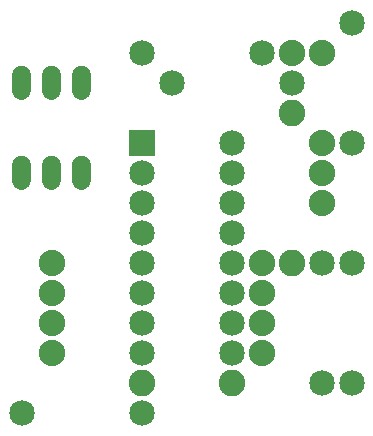
<source format=gts>
G04 MADE WITH FRITZING*
G04 WWW.FRITZING.ORG*
G04 DOUBLE SIDED*
G04 HOLES PLATED*
G04 CONTOUR ON CENTER OF CONTOUR VECTOR*
%ASAXBY*%
%FSLAX23Y23*%
%MOIN*%
%OFA0B0*%
%SFA1.0B1.0*%
%ADD10C,0.085000*%
%ADD11C,0.088000*%
%ADD12C,0.062000*%
%ADD13C,0.088740*%
%ADD14R,0.085000X0.085000*%
%ADD15R,0.001000X0.001000*%
%LNMASK1*%
G90*
G70*
G54D10*
X1034Y1191D03*
X1034Y691D03*
X534Y291D03*
X834Y291D03*
G54D11*
X1134Y891D03*
X1134Y991D03*
X1134Y1091D03*
X934Y391D03*
X934Y491D03*
X934Y591D03*
X934Y691D03*
X234Y391D03*
X234Y491D03*
X234Y591D03*
X234Y691D03*
G54D10*
X1234Y1091D03*
X1234Y1491D03*
X1234Y691D03*
X1234Y291D03*
X1134Y691D03*
X1134Y291D03*
G54D12*
X134Y991D03*
X234Y991D03*
X234Y1291D03*
X134Y1291D03*
X134Y991D03*
X234Y991D03*
X234Y1291D03*
X134Y1291D03*
X234Y991D03*
X334Y991D03*
X334Y1291D03*
X234Y1291D03*
X234Y991D03*
X334Y991D03*
X334Y1291D03*
X234Y1291D03*
G54D10*
X534Y1391D03*
X934Y1391D03*
X634Y1291D03*
X1034Y1291D03*
X134Y191D03*
X534Y191D03*
G54D11*
X1034Y1391D03*
X1134Y1391D03*
G54D13*
X834Y291D03*
X534Y291D03*
X1034Y1191D03*
X1034Y691D03*
G54D10*
X534Y1091D03*
X834Y1091D03*
X534Y991D03*
X834Y991D03*
X534Y891D03*
X834Y891D03*
X534Y791D03*
X834Y791D03*
X534Y691D03*
X834Y691D03*
X534Y591D03*
X834Y591D03*
X534Y491D03*
X834Y491D03*
X534Y391D03*
X834Y391D03*
G54D14*
X534Y1091D03*
G54D15*
X129Y1348D02*
X139Y1348D01*
X229Y1348D02*
X239Y1348D01*
X329Y1348D02*
X339Y1348D01*
X125Y1347D02*
X143Y1347D01*
X225Y1347D02*
X243Y1347D01*
X325Y1347D02*
X343Y1347D01*
X122Y1346D02*
X145Y1346D01*
X222Y1346D02*
X245Y1346D01*
X322Y1346D02*
X345Y1346D01*
X120Y1345D02*
X147Y1345D01*
X220Y1345D02*
X247Y1345D01*
X320Y1345D02*
X347Y1345D01*
X118Y1344D02*
X149Y1344D01*
X218Y1344D02*
X249Y1344D01*
X318Y1344D02*
X349Y1344D01*
X117Y1343D02*
X151Y1343D01*
X217Y1343D02*
X251Y1343D01*
X317Y1343D02*
X351Y1343D01*
X115Y1342D02*
X152Y1342D01*
X215Y1342D02*
X252Y1342D01*
X315Y1342D02*
X352Y1342D01*
X114Y1341D02*
X154Y1341D01*
X214Y1341D02*
X254Y1341D01*
X314Y1341D02*
X353Y1341D01*
X113Y1340D02*
X155Y1340D01*
X213Y1340D02*
X255Y1340D01*
X313Y1340D02*
X355Y1340D01*
X112Y1339D02*
X156Y1339D01*
X212Y1339D02*
X256Y1339D01*
X312Y1339D02*
X356Y1339D01*
X111Y1338D02*
X157Y1338D01*
X211Y1338D02*
X257Y1338D01*
X311Y1338D02*
X357Y1338D01*
X110Y1337D02*
X157Y1337D01*
X210Y1337D02*
X257Y1337D01*
X310Y1337D02*
X357Y1337D01*
X109Y1336D02*
X158Y1336D01*
X209Y1336D02*
X258Y1336D01*
X309Y1336D02*
X358Y1336D01*
X109Y1335D02*
X159Y1335D01*
X209Y1335D02*
X259Y1335D01*
X309Y1335D02*
X359Y1335D01*
X108Y1334D02*
X159Y1334D01*
X208Y1334D02*
X259Y1334D01*
X308Y1334D02*
X359Y1334D01*
X108Y1333D02*
X160Y1333D01*
X207Y1333D02*
X260Y1333D01*
X307Y1333D02*
X360Y1333D01*
X107Y1332D02*
X161Y1332D01*
X207Y1332D02*
X261Y1332D01*
X307Y1332D02*
X361Y1332D01*
X106Y1331D02*
X161Y1331D01*
X206Y1331D02*
X261Y1331D01*
X306Y1331D02*
X361Y1331D01*
X106Y1330D02*
X162Y1330D01*
X206Y1330D02*
X262Y1330D01*
X306Y1330D02*
X362Y1330D01*
X106Y1329D02*
X162Y1329D01*
X206Y1329D02*
X262Y1329D01*
X306Y1329D02*
X362Y1329D01*
X105Y1328D02*
X162Y1328D01*
X205Y1328D02*
X262Y1328D01*
X305Y1328D02*
X362Y1328D01*
X105Y1327D02*
X163Y1327D01*
X205Y1327D02*
X263Y1327D01*
X305Y1327D02*
X363Y1327D01*
X105Y1326D02*
X163Y1326D01*
X205Y1326D02*
X263Y1326D01*
X305Y1326D02*
X363Y1326D01*
X104Y1325D02*
X163Y1325D01*
X204Y1325D02*
X263Y1325D01*
X304Y1325D02*
X363Y1325D01*
X104Y1324D02*
X164Y1324D01*
X204Y1324D02*
X264Y1324D01*
X304Y1324D02*
X364Y1324D01*
X104Y1323D02*
X164Y1323D01*
X204Y1323D02*
X264Y1323D01*
X304Y1323D02*
X364Y1323D01*
X104Y1322D02*
X164Y1322D01*
X204Y1322D02*
X264Y1322D01*
X304Y1322D02*
X364Y1322D01*
X104Y1321D02*
X164Y1321D01*
X203Y1321D02*
X264Y1321D01*
X303Y1321D02*
X364Y1321D01*
X103Y1320D02*
X164Y1320D01*
X203Y1320D02*
X264Y1320D01*
X303Y1320D02*
X364Y1320D01*
X103Y1319D02*
X164Y1319D01*
X203Y1319D02*
X264Y1319D01*
X303Y1319D02*
X364Y1319D01*
X103Y1318D02*
X164Y1318D01*
X203Y1318D02*
X264Y1318D01*
X303Y1318D02*
X364Y1318D01*
X103Y1317D02*
X164Y1317D01*
X203Y1317D02*
X264Y1317D01*
X303Y1317D02*
X364Y1317D01*
X103Y1316D02*
X164Y1316D01*
X203Y1316D02*
X264Y1316D01*
X303Y1316D02*
X364Y1316D01*
X103Y1315D02*
X164Y1315D01*
X203Y1315D02*
X264Y1315D01*
X303Y1315D02*
X364Y1315D01*
X103Y1314D02*
X164Y1314D01*
X203Y1314D02*
X264Y1314D01*
X303Y1314D02*
X364Y1314D01*
X103Y1313D02*
X164Y1313D01*
X203Y1313D02*
X264Y1313D01*
X303Y1313D02*
X364Y1313D01*
X103Y1312D02*
X164Y1312D01*
X203Y1312D02*
X264Y1312D01*
X303Y1312D02*
X364Y1312D01*
X103Y1311D02*
X164Y1311D01*
X203Y1311D02*
X264Y1311D01*
X303Y1311D02*
X364Y1311D01*
X103Y1310D02*
X164Y1310D01*
X203Y1310D02*
X264Y1310D01*
X303Y1310D02*
X364Y1310D01*
X103Y1309D02*
X164Y1309D01*
X203Y1309D02*
X264Y1309D01*
X303Y1309D02*
X364Y1309D01*
X103Y1308D02*
X164Y1308D01*
X203Y1308D02*
X264Y1308D01*
X303Y1308D02*
X364Y1308D01*
X103Y1307D02*
X164Y1307D01*
X203Y1307D02*
X264Y1307D01*
X303Y1307D02*
X364Y1307D01*
X103Y1306D02*
X164Y1306D01*
X203Y1306D02*
X264Y1306D01*
X303Y1306D02*
X364Y1306D01*
X103Y1305D02*
X164Y1305D01*
X203Y1305D02*
X264Y1305D01*
X303Y1305D02*
X364Y1305D01*
X103Y1304D02*
X164Y1304D01*
X203Y1304D02*
X264Y1304D01*
X303Y1304D02*
X364Y1304D01*
X103Y1303D02*
X164Y1303D01*
X203Y1303D02*
X264Y1303D01*
X303Y1303D02*
X364Y1303D01*
X103Y1302D02*
X130Y1302D01*
X138Y1302D02*
X164Y1302D01*
X203Y1302D02*
X230Y1302D01*
X238Y1302D02*
X264Y1302D01*
X303Y1302D02*
X330Y1302D01*
X338Y1302D02*
X364Y1302D01*
X103Y1301D02*
X128Y1301D01*
X140Y1301D02*
X164Y1301D01*
X203Y1301D02*
X228Y1301D01*
X240Y1301D02*
X264Y1301D01*
X303Y1301D02*
X328Y1301D01*
X340Y1301D02*
X364Y1301D01*
X103Y1300D02*
X126Y1300D01*
X141Y1300D02*
X164Y1300D01*
X203Y1300D02*
X226Y1300D01*
X241Y1300D02*
X264Y1300D01*
X303Y1300D02*
X326Y1300D01*
X341Y1300D02*
X364Y1300D01*
X103Y1299D02*
X125Y1299D01*
X142Y1299D02*
X164Y1299D01*
X203Y1299D02*
X225Y1299D01*
X242Y1299D02*
X264Y1299D01*
X303Y1299D02*
X325Y1299D01*
X342Y1299D02*
X364Y1299D01*
X103Y1298D02*
X124Y1298D01*
X143Y1298D02*
X164Y1298D01*
X203Y1298D02*
X224Y1298D01*
X243Y1298D02*
X264Y1298D01*
X303Y1298D02*
X324Y1298D01*
X343Y1298D02*
X364Y1298D01*
X103Y1297D02*
X124Y1297D01*
X144Y1297D02*
X164Y1297D01*
X203Y1297D02*
X224Y1297D01*
X244Y1297D02*
X264Y1297D01*
X303Y1297D02*
X324Y1297D01*
X344Y1297D02*
X364Y1297D01*
X103Y1296D02*
X123Y1296D01*
X144Y1296D02*
X164Y1296D01*
X203Y1296D02*
X223Y1296D01*
X244Y1296D02*
X264Y1296D01*
X303Y1296D02*
X323Y1296D01*
X344Y1296D02*
X364Y1296D01*
X103Y1295D02*
X123Y1295D01*
X145Y1295D02*
X164Y1295D01*
X203Y1295D02*
X223Y1295D01*
X245Y1295D02*
X264Y1295D01*
X303Y1295D02*
X323Y1295D01*
X345Y1295D02*
X364Y1295D01*
X103Y1294D02*
X123Y1294D01*
X145Y1294D02*
X164Y1294D01*
X203Y1294D02*
X223Y1294D01*
X245Y1294D02*
X264Y1294D01*
X303Y1294D02*
X322Y1294D01*
X345Y1294D02*
X364Y1294D01*
X103Y1293D02*
X122Y1293D01*
X145Y1293D02*
X164Y1293D01*
X203Y1293D02*
X222Y1293D01*
X245Y1293D02*
X264Y1293D01*
X303Y1293D02*
X322Y1293D01*
X345Y1293D02*
X364Y1293D01*
X103Y1292D02*
X122Y1292D01*
X145Y1292D02*
X164Y1292D01*
X203Y1292D02*
X222Y1292D01*
X245Y1292D02*
X264Y1292D01*
X303Y1292D02*
X322Y1292D01*
X345Y1292D02*
X364Y1292D01*
X103Y1291D02*
X122Y1291D01*
X145Y1291D02*
X164Y1291D01*
X203Y1291D02*
X222Y1291D01*
X245Y1291D02*
X264Y1291D01*
X303Y1291D02*
X322Y1291D01*
X345Y1291D02*
X364Y1291D01*
X103Y1290D02*
X122Y1290D01*
X145Y1290D02*
X164Y1290D01*
X203Y1290D02*
X222Y1290D01*
X245Y1290D02*
X264Y1290D01*
X303Y1290D02*
X322Y1290D01*
X345Y1290D02*
X364Y1290D01*
X103Y1289D02*
X123Y1289D01*
X145Y1289D02*
X164Y1289D01*
X203Y1289D02*
X223Y1289D01*
X245Y1289D02*
X264Y1289D01*
X303Y1289D02*
X323Y1289D01*
X345Y1289D02*
X364Y1289D01*
X103Y1288D02*
X123Y1288D01*
X145Y1288D02*
X164Y1288D01*
X203Y1288D02*
X223Y1288D01*
X245Y1288D02*
X264Y1288D01*
X303Y1288D02*
X323Y1288D01*
X345Y1288D02*
X364Y1288D01*
X103Y1287D02*
X123Y1287D01*
X144Y1287D02*
X164Y1287D01*
X203Y1287D02*
X223Y1287D01*
X244Y1287D02*
X264Y1287D01*
X303Y1287D02*
X323Y1287D01*
X344Y1287D02*
X364Y1287D01*
X103Y1286D02*
X124Y1286D01*
X144Y1286D02*
X164Y1286D01*
X203Y1286D02*
X224Y1286D01*
X244Y1286D02*
X264Y1286D01*
X303Y1286D02*
X324Y1286D01*
X344Y1286D02*
X364Y1286D01*
X103Y1285D02*
X124Y1285D01*
X143Y1285D02*
X164Y1285D01*
X203Y1285D02*
X224Y1285D01*
X243Y1285D02*
X264Y1285D01*
X303Y1285D02*
X324Y1285D01*
X343Y1285D02*
X364Y1285D01*
X103Y1284D02*
X125Y1284D01*
X142Y1284D02*
X164Y1284D01*
X203Y1284D02*
X225Y1284D01*
X242Y1284D02*
X264Y1284D01*
X303Y1284D02*
X325Y1284D01*
X342Y1284D02*
X364Y1284D01*
X103Y1283D02*
X126Y1283D01*
X141Y1283D02*
X164Y1283D01*
X203Y1283D02*
X226Y1283D01*
X241Y1283D02*
X264Y1283D01*
X303Y1283D02*
X326Y1283D01*
X341Y1283D02*
X364Y1283D01*
X103Y1282D02*
X128Y1282D01*
X140Y1282D02*
X164Y1282D01*
X203Y1282D02*
X228Y1282D01*
X240Y1282D02*
X264Y1282D01*
X303Y1282D02*
X328Y1282D01*
X340Y1282D02*
X364Y1282D01*
X103Y1281D02*
X130Y1281D01*
X137Y1281D02*
X164Y1281D01*
X203Y1281D02*
X230Y1281D01*
X237Y1281D02*
X264Y1281D01*
X303Y1281D02*
X330Y1281D01*
X337Y1281D02*
X364Y1281D01*
X103Y1280D02*
X164Y1280D01*
X203Y1280D02*
X264Y1280D01*
X303Y1280D02*
X364Y1280D01*
X103Y1279D02*
X164Y1279D01*
X203Y1279D02*
X264Y1279D01*
X303Y1279D02*
X364Y1279D01*
X103Y1278D02*
X164Y1278D01*
X203Y1278D02*
X264Y1278D01*
X303Y1278D02*
X364Y1278D01*
X103Y1277D02*
X164Y1277D01*
X203Y1277D02*
X264Y1277D01*
X303Y1277D02*
X364Y1277D01*
X103Y1276D02*
X164Y1276D01*
X203Y1276D02*
X264Y1276D01*
X303Y1276D02*
X364Y1276D01*
X103Y1275D02*
X164Y1275D01*
X203Y1275D02*
X264Y1275D01*
X303Y1275D02*
X364Y1275D01*
X103Y1274D02*
X164Y1274D01*
X203Y1274D02*
X264Y1274D01*
X303Y1274D02*
X364Y1274D01*
X103Y1273D02*
X164Y1273D01*
X203Y1273D02*
X264Y1273D01*
X303Y1273D02*
X364Y1273D01*
X103Y1272D02*
X164Y1272D01*
X203Y1272D02*
X264Y1272D01*
X303Y1272D02*
X364Y1272D01*
X103Y1271D02*
X164Y1271D01*
X203Y1271D02*
X264Y1271D01*
X303Y1271D02*
X364Y1271D01*
X103Y1270D02*
X164Y1270D01*
X203Y1270D02*
X264Y1270D01*
X303Y1270D02*
X364Y1270D01*
X103Y1269D02*
X164Y1269D01*
X203Y1269D02*
X264Y1269D01*
X303Y1269D02*
X364Y1269D01*
X103Y1268D02*
X164Y1268D01*
X203Y1268D02*
X264Y1268D01*
X303Y1268D02*
X364Y1268D01*
X103Y1267D02*
X164Y1267D01*
X203Y1267D02*
X264Y1267D01*
X303Y1267D02*
X364Y1267D01*
X103Y1266D02*
X164Y1266D01*
X203Y1266D02*
X264Y1266D01*
X303Y1266D02*
X364Y1266D01*
X103Y1265D02*
X164Y1265D01*
X203Y1265D02*
X264Y1265D01*
X303Y1265D02*
X364Y1265D01*
X103Y1264D02*
X164Y1264D01*
X203Y1264D02*
X264Y1264D01*
X303Y1264D02*
X364Y1264D01*
X103Y1263D02*
X164Y1263D01*
X203Y1263D02*
X264Y1263D01*
X303Y1263D02*
X364Y1263D01*
X104Y1262D02*
X164Y1262D01*
X204Y1262D02*
X264Y1262D01*
X303Y1262D02*
X364Y1262D01*
X104Y1261D02*
X164Y1261D01*
X204Y1261D02*
X264Y1261D01*
X304Y1261D02*
X364Y1261D01*
X104Y1260D02*
X164Y1260D01*
X204Y1260D02*
X264Y1260D01*
X304Y1260D02*
X364Y1260D01*
X104Y1259D02*
X163Y1259D01*
X204Y1259D02*
X263Y1259D01*
X304Y1259D02*
X363Y1259D01*
X104Y1258D02*
X163Y1258D01*
X204Y1258D02*
X263Y1258D01*
X304Y1258D02*
X363Y1258D01*
X105Y1257D02*
X163Y1257D01*
X205Y1257D02*
X263Y1257D01*
X305Y1257D02*
X363Y1257D01*
X105Y1256D02*
X163Y1256D01*
X205Y1256D02*
X263Y1256D01*
X305Y1256D02*
X363Y1256D01*
X105Y1255D02*
X162Y1255D01*
X205Y1255D02*
X262Y1255D01*
X305Y1255D02*
X362Y1255D01*
X106Y1254D02*
X162Y1254D01*
X206Y1254D02*
X262Y1254D01*
X306Y1254D02*
X362Y1254D01*
X106Y1253D02*
X161Y1253D01*
X206Y1253D02*
X261Y1253D01*
X306Y1253D02*
X361Y1253D01*
X107Y1252D02*
X161Y1252D01*
X207Y1252D02*
X261Y1252D01*
X307Y1252D02*
X361Y1252D01*
X107Y1251D02*
X161Y1251D01*
X207Y1251D02*
X261Y1251D01*
X307Y1251D02*
X360Y1251D01*
X108Y1250D02*
X160Y1250D01*
X208Y1250D02*
X260Y1250D01*
X308Y1250D02*
X360Y1250D01*
X108Y1249D02*
X159Y1249D01*
X208Y1249D02*
X259Y1249D01*
X308Y1249D02*
X359Y1249D01*
X109Y1248D02*
X159Y1248D01*
X209Y1248D02*
X259Y1248D01*
X309Y1248D02*
X359Y1248D01*
X110Y1247D02*
X158Y1247D01*
X210Y1247D02*
X258Y1247D01*
X310Y1247D02*
X358Y1247D01*
X110Y1246D02*
X157Y1246D01*
X210Y1246D02*
X257Y1246D01*
X310Y1246D02*
X357Y1246D01*
X111Y1245D02*
X156Y1245D01*
X211Y1245D02*
X256Y1245D01*
X311Y1245D02*
X356Y1245D01*
X112Y1244D02*
X155Y1244D01*
X212Y1244D02*
X255Y1244D01*
X312Y1244D02*
X355Y1244D01*
X113Y1243D02*
X154Y1243D01*
X213Y1243D02*
X254Y1243D01*
X313Y1243D02*
X354Y1243D01*
X114Y1242D02*
X153Y1242D01*
X214Y1242D02*
X253Y1242D01*
X314Y1242D02*
X353Y1242D01*
X116Y1241D02*
X152Y1241D01*
X216Y1241D02*
X252Y1241D01*
X315Y1241D02*
X352Y1241D01*
X117Y1240D02*
X151Y1240D01*
X217Y1240D02*
X251Y1240D01*
X317Y1240D02*
X351Y1240D01*
X119Y1239D02*
X149Y1239D01*
X219Y1239D02*
X249Y1239D01*
X319Y1239D02*
X349Y1239D01*
X120Y1238D02*
X147Y1238D01*
X220Y1238D02*
X247Y1238D01*
X320Y1238D02*
X347Y1238D01*
X123Y1237D02*
X145Y1237D01*
X223Y1237D02*
X245Y1237D01*
X323Y1237D02*
X345Y1237D01*
X125Y1236D02*
X142Y1236D01*
X225Y1236D02*
X242Y1236D01*
X325Y1236D02*
X342Y1236D01*
X130Y1235D02*
X138Y1235D01*
X230Y1235D02*
X238Y1235D01*
X330Y1235D02*
X338Y1235D01*
X128Y1048D02*
X139Y1048D01*
X228Y1048D02*
X239Y1048D01*
X328Y1048D02*
X339Y1048D01*
X125Y1047D02*
X143Y1047D01*
X225Y1047D02*
X243Y1047D01*
X325Y1047D02*
X343Y1047D01*
X122Y1046D02*
X146Y1046D01*
X222Y1046D02*
X246Y1046D01*
X322Y1046D02*
X346Y1046D01*
X120Y1045D02*
X148Y1045D01*
X220Y1045D02*
X248Y1045D01*
X320Y1045D02*
X348Y1045D01*
X118Y1044D02*
X149Y1044D01*
X218Y1044D02*
X249Y1044D01*
X318Y1044D02*
X349Y1044D01*
X117Y1043D02*
X151Y1043D01*
X217Y1043D02*
X251Y1043D01*
X316Y1043D02*
X351Y1043D01*
X115Y1042D02*
X152Y1042D01*
X215Y1042D02*
X252Y1042D01*
X315Y1042D02*
X352Y1042D01*
X114Y1041D02*
X154Y1041D01*
X214Y1041D02*
X254Y1041D01*
X314Y1041D02*
X354Y1041D01*
X113Y1040D02*
X155Y1040D01*
X213Y1040D02*
X255Y1040D01*
X313Y1040D02*
X355Y1040D01*
X112Y1039D02*
X156Y1039D01*
X212Y1039D02*
X256Y1039D01*
X312Y1039D02*
X356Y1039D01*
X111Y1038D02*
X157Y1038D01*
X211Y1038D02*
X257Y1038D01*
X311Y1038D02*
X357Y1038D01*
X110Y1037D02*
X157Y1037D01*
X210Y1037D02*
X257Y1037D01*
X310Y1037D02*
X357Y1037D01*
X109Y1036D02*
X158Y1036D01*
X209Y1036D02*
X258Y1036D01*
X309Y1036D02*
X358Y1036D01*
X109Y1035D02*
X159Y1035D01*
X209Y1035D02*
X259Y1035D01*
X309Y1035D02*
X359Y1035D01*
X108Y1034D02*
X160Y1034D01*
X208Y1034D02*
X259Y1034D01*
X308Y1034D02*
X359Y1034D01*
X107Y1033D02*
X160Y1033D01*
X207Y1033D02*
X260Y1033D01*
X307Y1033D02*
X360Y1033D01*
X107Y1032D02*
X161Y1032D01*
X207Y1032D02*
X261Y1032D01*
X307Y1032D02*
X361Y1032D01*
X106Y1031D02*
X161Y1031D01*
X206Y1031D02*
X261Y1031D01*
X306Y1031D02*
X361Y1031D01*
X106Y1030D02*
X162Y1030D01*
X206Y1030D02*
X262Y1030D01*
X306Y1030D02*
X362Y1030D01*
X106Y1029D02*
X162Y1029D01*
X206Y1029D02*
X262Y1029D01*
X306Y1029D02*
X362Y1029D01*
X105Y1028D02*
X162Y1028D01*
X205Y1028D02*
X262Y1028D01*
X305Y1028D02*
X362Y1028D01*
X105Y1027D02*
X163Y1027D01*
X205Y1027D02*
X263Y1027D01*
X305Y1027D02*
X363Y1027D01*
X105Y1026D02*
X163Y1026D01*
X205Y1026D02*
X263Y1026D01*
X304Y1026D02*
X363Y1026D01*
X104Y1025D02*
X163Y1025D01*
X204Y1025D02*
X263Y1025D01*
X304Y1025D02*
X363Y1025D01*
X104Y1024D02*
X164Y1024D01*
X204Y1024D02*
X264Y1024D01*
X304Y1024D02*
X364Y1024D01*
X104Y1023D02*
X164Y1023D01*
X204Y1023D02*
X264Y1023D01*
X304Y1023D02*
X364Y1023D01*
X104Y1022D02*
X164Y1022D01*
X204Y1022D02*
X264Y1022D01*
X304Y1022D02*
X364Y1022D01*
X103Y1021D02*
X164Y1021D01*
X203Y1021D02*
X264Y1021D01*
X303Y1021D02*
X364Y1021D01*
X103Y1020D02*
X164Y1020D01*
X203Y1020D02*
X264Y1020D01*
X303Y1020D02*
X364Y1020D01*
X103Y1019D02*
X164Y1019D01*
X203Y1019D02*
X264Y1019D01*
X303Y1019D02*
X364Y1019D01*
X103Y1018D02*
X164Y1018D01*
X203Y1018D02*
X264Y1018D01*
X303Y1018D02*
X364Y1018D01*
X103Y1017D02*
X164Y1017D01*
X203Y1017D02*
X264Y1017D01*
X303Y1017D02*
X364Y1017D01*
X103Y1016D02*
X164Y1016D01*
X203Y1016D02*
X264Y1016D01*
X303Y1016D02*
X364Y1016D01*
X103Y1015D02*
X164Y1015D01*
X203Y1015D02*
X264Y1015D01*
X303Y1015D02*
X364Y1015D01*
X103Y1014D02*
X164Y1014D01*
X203Y1014D02*
X264Y1014D01*
X303Y1014D02*
X364Y1014D01*
X103Y1013D02*
X164Y1013D01*
X203Y1013D02*
X264Y1013D01*
X303Y1013D02*
X364Y1013D01*
X103Y1012D02*
X164Y1012D01*
X203Y1012D02*
X264Y1012D01*
X303Y1012D02*
X364Y1012D01*
X103Y1011D02*
X164Y1011D01*
X203Y1011D02*
X264Y1011D01*
X303Y1011D02*
X364Y1011D01*
X103Y1010D02*
X164Y1010D01*
X203Y1010D02*
X264Y1010D01*
X303Y1010D02*
X364Y1010D01*
X103Y1009D02*
X164Y1009D01*
X203Y1009D02*
X264Y1009D01*
X303Y1009D02*
X364Y1009D01*
X103Y1008D02*
X164Y1008D01*
X203Y1008D02*
X264Y1008D01*
X303Y1008D02*
X364Y1008D01*
X103Y1007D02*
X164Y1007D01*
X203Y1007D02*
X264Y1007D01*
X303Y1007D02*
X364Y1007D01*
X103Y1006D02*
X164Y1006D01*
X203Y1006D02*
X264Y1006D01*
X303Y1006D02*
X364Y1006D01*
X103Y1005D02*
X164Y1005D01*
X203Y1005D02*
X264Y1005D01*
X303Y1005D02*
X364Y1005D01*
X103Y1004D02*
X164Y1004D01*
X203Y1004D02*
X264Y1004D01*
X303Y1004D02*
X364Y1004D01*
X103Y1003D02*
X164Y1003D01*
X203Y1003D02*
X264Y1003D01*
X303Y1003D02*
X364Y1003D01*
X103Y1002D02*
X129Y1002D01*
X138Y1002D02*
X164Y1002D01*
X203Y1002D02*
X229Y1002D01*
X238Y1002D02*
X264Y1002D01*
X303Y1002D02*
X329Y1002D01*
X338Y1002D02*
X364Y1002D01*
X103Y1001D02*
X127Y1001D01*
X140Y1001D02*
X164Y1001D01*
X203Y1001D02*
X227Y1001D01*
X240Y1001D02*
X264Y1001D01*
X303Y1001D02*
X327Y1001D01*
X340Y1001D02*
X364Y1001D01*
X103Y1000D02*
X126Y1000D01*
X141Y1000D02*
X164Y1000D01*
X203Y1000D02*
X226Y1000D01*
X241Y1000D02*
X264Y1000D01*
X303Y1000D02*
X326Y1000D01*
X341Y1000D02*
X364Y1000D01*
X103Y999D02*
X125Y999D01*
X142Y999D02*
X164Y999D01*
X203Y999D02*
X225Y999D01*
X242Y999D02*
X264Y999D01*
X303Y999D02*
X325Y999D01*
X342Y999D02*
X364Y999D01*
X103Y998D02*
X124Y998D01*
X143Y998D02*
X164Y998D01*
X203Y998D02*
X224Y998D01*
X243Y998D02*
X264Y998D01*
X303Y998D02*
X324Y998D01*
X343Y998D02*
X364Y998D01*
X103Y997D02*
X124Y997D01*
X144Y997D02*
X164Y997D01*
X203Y997D02*
X224Y997D01*
X244Y997D02*
X264Y997D01*
X303Y997D02*
X324Y997D01*
X344Y997D02*
X364Y997D01*
X103Y996D02*
X123Y996D01*
X144Y996D02*
X164Y996D01*
X203Y996D02*
X223Y996D01*
X244Y996D02*
X264Y996D01*
X303Y996D02*
X323Y996D01*
X344Y996D02*
X364Y996D01*
X103Y995D02*
X123Y995D01*
X145Y995D02*
X164Y995D01*
X203Y995D02*
X223Y995D01*
X245Y995D02*
X264Y995D01*
X303Y995D02*
X323Y995D01*
X345Y995D02*
X364Y995D01*
X103Y994D02*
X122Y994D01*
X145Y994D02*
X164Y994D01*
X203Y994D02*
X222Y994D01*
X245Y994D02*
X264Y994D01*
X303Y994D02*
X322Y994D01*
X345Y994D02*
X364Y994D01*
X103Y993D02*
X122Y993D01*
X145Y993D02*
X164Y993D01*
X203Y993D02*
X222Y993D01*
X245Y993D02*
X264Y993D01*
X303Y993D02*
X322Y993D01*
X345Y993D02*
X364Y993D01*
X103Y992D02*
X122Y992D01*
X145Y992D02*
X164Y992D01*
X203Y992D02*
X222Y992D01*
X245Y992D02*
X264Y992D01*
X303Y992D02*
X322Y992D01*
X345Y992D02*
X364Y992D01*
X103Y991D02*
X122Y991D01*
X145Y991D02*
X164Y991D01*
X203Y991D02*
X222Y991D01*
X245Y991D02*
X264Y991D01*
X303Y991D02*
X322Y991D01*
X345Y991D02*
X364Y991D01*
X103Y990D02*
X122Y990D01*
X145Y990D02*
X164Y990D01*
X203Y990D02*
X222Y990D01*
X245Y990D02*
X264Y990D01*
X303Y990D02*
X322Y990D01*
X345Y990D02*
X364Y990D01*
X103Y989D02*
X123Y989D01*
X145Y989D02*
X164Y989D01*
X203Y989D02*
X223Y989D01*
X245Y989D02*
X264Y989D01*
X303Y989D02*
X323Y989D01*
X345Y989D02*
X364Y989D01*
X103Y988D02*
X123Y988D01*
X145Y988D02*
X164Y988D01*
X203Y988D02*
X223Y988D01*
X245Y988D02*
X264Y988D01*
X303Y988D02*
X323Y988D01*
X345Y988D02*
X364Y988D01*
X103Y987D02*
X123Y987D01*
X144Y987D02*
X164Y987D01*
X203Y987D02*
X223Y987D01*
X244Y987D02*
X264Y987D01*
X303Y987D02*
X323Y987D01*
X344Y987D02*
X364Y987D01*
X103Y986D02*
X124Y986D01*
X144Y986D02*
X164Y986D01*
X203Y986D02*
X224Y986D01*
X244Y986D02*
X264Y986D01*
X303Y986D02*
X324Y986D01*
X344Y986D02*
X364Y986D01*
X103Y985D02*
X125Y985D01*
X143Y985D02*
X164Y985D01*
X203Y985D02*
X225Y985D01*
X243Y985D02*
X264Y985D01*
X303Y985D02*
X325Y985D01*
X343Y985D02*
X364Y985D01*
X103Y984D02*
X125Y984D01*
X142Y984D02*
X164Y984D01*
X203Y984D02*
X225Y984D01*
X242Y984D02*
X264Y984D01*
X303Y984D02*
X325Y984D01*
X342Y984D02*
X364Y984D01*
X103Y983D02*
X127Y983D01*
X141Y983D02*
X164Y983D01*
X203Y983D02*
X227Y983D01*
X241Y983D02*
X264Y983D01*
X303Y983D02*
X327Y983D01*
X341Y983D02*
X364Y983D01*
X103Y982D02*
X128Y982D01*
X140Y982D02*
X164Y982D01*
X203Y982D02*
X228Y982D01*
X240Y982D02*
X264Y982D01*
X303Y982D02*
X328Y982D01*
X340Y982D02*
X364Y982D01*
X103Y981D02*
X131Y981D01*
X137Y981D02*
X164Y981D01*
X203Y981D02*
X231Y981D01*
X237Y981D02*
X264Y981D01*
X303Y981D02*
X331Y981D01*
X337Y981D02*
X364Y981D01*
X103Y980D02*
X164Y980D01*
X203Y980D02*
X264Y980D01*
X303Y980D02*
X364Y980D01*
X103Y979D02*
X164Y979D01*
X203Y979D02*
X264Y979D01*
X303Y979D02*
X364Y979D01*
X103Y978D02*
X164Y978D01*
X203Y978D02*
X264Y978D01*
X303Y978D02*
X364Y978D01*
X103Y977D02*
X164Y977D01*
X203Y977D02*
X264Y977D01*
X303Y977D02*
X364Y977D01*
X103Y976D02*
X164Y976D01*
X203Y976D02*
X264Y976D01*
X303Y976D02*
X364Y976D01*
X103Y975D02*
X164Y975D01*
X203Y975D02*
X264Y975D01*
X303Y975D02*
X364Y975D01*
X103Y974D02*
X164Y974D01*
X203Y974D02*
X264Y974D01*
X303Y974D02*
X364Y974D01*
X103Y973D02*
X164Y973D01*
X203Y973D02*
X264Y973D01*
X303Y973D02*
X364Y973D01*
X103Y972D02*
X164Y972D01*
X203Y972D02*
X264Y972D01*
X303Y972D02*
X364Y972D01*
X103Y971D02*
X164Y971D01*
X203Y971D02*
X264Y971D01*
X303Y971D02*
X364Y971D01*
X103Y970D02*
X164Y970D01*
X203Y970D02*
X264Y970D01*
X303Y970D02*
X364Y970D01*
X103Y969D02*
X164Y969D01*
X203Y969D02*
X264Y969D01*
X303Y969D02*
X364Y969D01*
X103Y968D02*
X164Y968D01*
X203Y968D02*
X264Y968D01*
X303Y968D02*
X364Y968D01*
X103Y967D02*
X164Y967D01*
X203Y967D02*
X264Y967D01*
X303Y967D02*
X364Y967D01*
X103Y966D02*
X164Y966D01*
X203Y966D02*
X264Y966D01*
X303Y966D02*
X364Y966D01*
X103Y965D02*
X164Y965D01*
X203Y965D02*
X264Y965D01*
X303Y965D02*
X364Y965D01*
X103Y964D02*
X164Y964D01*
X203Y964D02*
X264Y964D01*
X303Y964D02*
X364Y964D01*
X103Y963D02*
X164Y963D01*
X203Y963D02*
X264Y963D01*
X303Y963D02*
X364Y963D01*
X104Y962D02*
X164Y962D01*
X204Y962D02*
X264Y962D01*
X304Y962D02*
X364Y962D01*
X104Y961D02*
X164Y961D01*
X204Y961D02*
X264Y961D01*
X304Y961D02*
X364Y961D01*
X104Y960D02*
X164Y960D01*
X204Y960D02*
X264Y960D01*
X304Y960D02*
X364Y960D01*
X104Y959D02*
X163Y959D01*
X204Y959D02*
X263Y959D01*
X304Y959D02*
X363Y959D01*
X104Y958D02*
X163Y958D01*
X204Y958D02*
X263Y958D01*
X304Y958D02*
X363Y958D01*
X105Y957D02*
X163Y957D01*
X205Y957D02*
X263Y957D01*
X305Y957D02*
X363Y957D01*
X105Y956D02*
X163Y956D01*
X205Y956D02*
X263Y956D01*
X305Y956D02*
X363Y956D01*
X105Y955D02*
X162Y955D01*
X205Y955D02*
X262Y955D01*
X305Y955D02*
X362Y955D01*
X106Y954D02*
X162Y954D01*
X206Y954D02*
X262Y954D01*
X306Y954D02*
X362Y954D01*
X106Y953D02*
X161Y953D01*
X206Y953D02*
X261Y953D01*
X306Y953D02*
X361Y953D01*
X107Y952D02*
X161Y952D01*
X207Y952D02*
X261Y952D01*
X307Y952D02*
X361Y952D01*
X107Y951D02*
X160Y951D01*
X207Y951D02*
X260Y951D01*
X307Y951D02*
X360Y951D01*
X108Y950D02*
X160Y950D01*
X208Y950D02*
X260Y950D01*
X308Y950D02*
X360Y950D01*
X108Y949D02*
X159Y949D01*
X208Y949D02*
X259Y949D01*
X308Y949D02*
X359Y949D01*
X109Y948D02*
X159Y948D01*
X209Y948D02*
X259Y948D01*
X309Y948D02*
X359Y948D01*
X110Y947D02*
X158Y947D01*
X210Y947D02*
X258Y947D01*
X310Y947D02*
X358Y947D01*
X110Y946D02*
X157Y946D01*
X210Y946D02*
X257Y946D01*
X310Y946D02*
X357Y946D01*
X111Y945D02*
X156Y945D01*
X211Y945D02*
X256Y945D01*
X311Y945D02*
X356Y945D01*
X112Y944D02*
X155Y944D01*
X212Y944D02*
X255Y944D01*
X312Y944D02*
X355Y944D01*
X113Y943D02*
X154Y943D01*
X213Y943D02*
X254Y943D01*
X313Y943D02*
X354Y943D01*
X114Y942D02*
X153Y942D01*
X214Y942D02*
X253Y942D01*
X314Y942D02*
X353Y942D01*
X116Y941D02*
X152Y941D01*
X216Y941D02*
X252Y941D01*
X316Y941D02*
X352Y941D01*
X117Y940D02*
X150Y940D01*
X217Y940D02*
X250Y940D01*
X317Y940D02*
X350Y940D01*
X119Y939D02*
X149Y939D01*
X219Y939D02*
X249Y939D01*
X319Y939D02*
X349Y939D01*
X121Y938D02*
X147Y938D01*
X221Y938D02*
X247Y938D01*
X321Y938D02*
X347Y938D01*
X123Y937D02*
X145Y937D01*
X223Y937D02*
X245Y937D01*
X323Y937D02*
X345Y937D01*
X126Y936D02*
X142Y936D01*
X226Y936D02*
X242Y936D01*
X326Y936D02*
X342Y936D01*
X130Y935D02*
X137Y935D01*
X230Y935D02*
X237Y935D01*
X330Y935D02*
X337Y935D01*
D02*
G04 End of Mask1*
M02*
</source>
